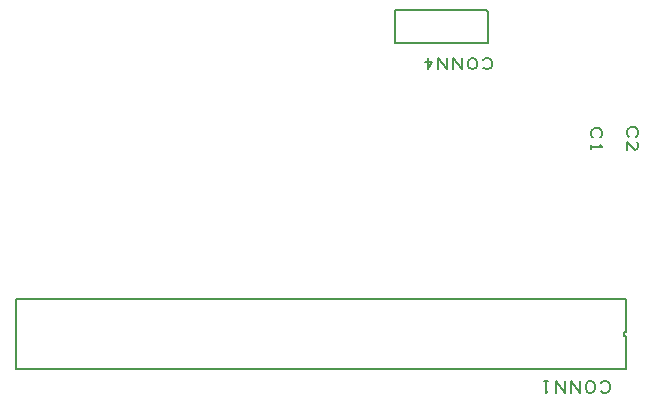
<source format=gbr>
G04 EasyPC Gerber Version 20.0.2 Build 4112 *
%FSLAX35Y35*%
%MOIN*%
%ADD15C,0.00500*%
X0Y0D02*
D02*
D15*
X171100Y127600D02*
X140100D01*
Y138600*
X170600*
X171100Y138100*
Y127600*
X169475Y122037D02*
X169787Y122350D01*
X170413Y122663*
X171350*
X171975Y122350*
X172287Y122037*
X172600Y121413*
Y120163*
X172287Y119537*
X171975Y119225*
X171350Y118913*
X170413*
X169787Y119225*
X169475Y119537*
X167600Y121413D02*
Y120163D01*
X167287Y119537*
X166975Y119225*
X166350Y118913*
X165725*
X165100Y119225*
X164787Y119537*
X164475Y120163*
Y121413*
X164787Y122037*
X165100Y122350*
X165725Y122663*
X166350*
X166975Y122350*
X167287Y122037*
X167600Y121413*
X162600Y122663D02*
Y118913D01*
X159475Y122663*
Y118913*
X157600Y122663D02*
Y118913D01*
X154475Y122663*
Y118913*
X151037Y122663D02*
Y118913D01*
X152600Y121413*
X150100*
X206163Y96225D02*
X205850Y96537D01*
X205537Y97163*
Y98100*
X205850Y98725*
X206163Y99037*
X206787Y99350*
X208037*
X208663Y99037*
X208975Y98725*
X209287Y98100*
Y97163*
X208975Y96537*
X208663Y96225*
X205537Y93725D02*
Y92475D01*
Y93100D02*
X209287D01*
X208663Y93725*
X208725Y14287D02*
X209037Y14600D01*
X209663Y14913*
X210600*
X211225Y14600*
X211537Y14287*
X211850Y13663*
Y12413*
X211537Y11787*
X211225Y11475*
X210600Y11163*
X209663*
X209037Y11475*
X208725Y11787*
X206850Y13663D02*
Y12413D01*
X206537Y11787*
X206225Y11475*
X205600Y11163*
X204975*
X204350Y11475*
X204037Y11787*
X203725Y12413*
Y13663*
X204037Y14287*
X204350Y14600*
X204975Y14913*
X205600*
X206225Y14600*
X206537Y14287*
X206850Y13663*
X201850Y14913D02*
Y11163D01*
X198725Y14913*
Y11163*
X196850Y14913D02*
Y11163D01*
X193725Y14913*
Y11163*
X191225Y14913D02*
X189975D01*
X190600D02*
Y11163D01*
X191225Y11787*
X218163Y96475D02*
X217850Y96787D01*
X217537Y97413*
Y98350*
X217850Y98975*
X218163Y99287*
X218787Y99600*
X220037*
X220663Y99287*
X220975Y98975*
X221287Y98350*
Y97413*
X220975Y96787*
X220663Y96475*
X217537Y92100D02*
Y94600D01*
X219725Y92413*
X220350Y92100*
X220975Y92413*
X221287Y93037*
Y93975*
X220975Y94600*
X217234Y18966D02*
X13966D01*
Y42234*
X217234*
Y31225*
X216609*
Y29975*
X217234*
Y18966*
X0Y0D02*
M02*

</source>
